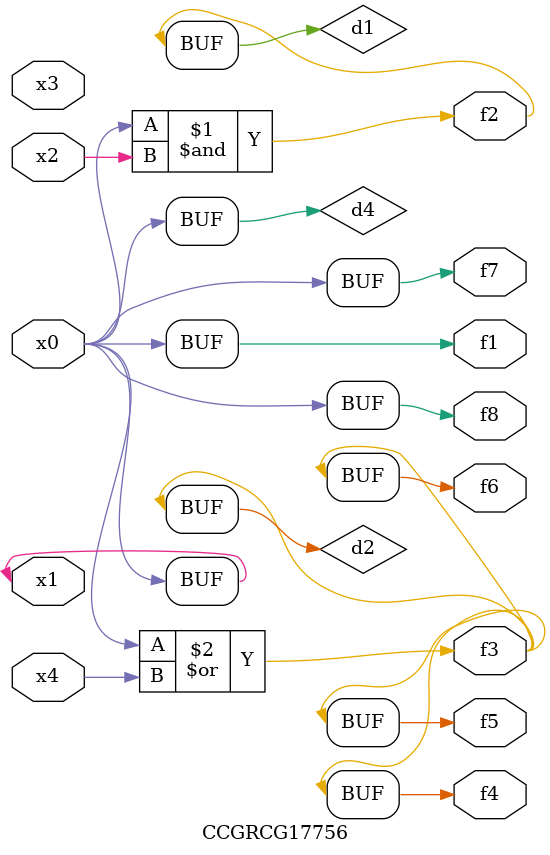
<source format=v>
module CCGRCG17756(
	input x0, x1, x2, x3, x4,
	output f1, f2, f3, f4, f5, f6, f7, f8
);

	wire d1, d2, d3, d4;

	and (d1, x0, x2);
	or (d2, x0, x4);
	nand (d3, x0, x2);
	buf (d4, x0, x1);
	assign f1 = d4;
	assign f2 = d1;
	assign f3 = d2;
	assign f4 = d2;
	assign f5 = d2;
	assign f6 = d2;
	assign f7 = d4;
	assign f8 = d4;
endmodule

</source>
